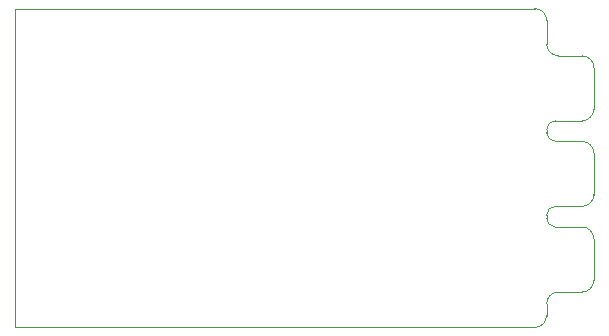
<source format=gbr>
%TF.GenerationSoftware,KiCad,Pcbnew,(6.0.5)*%
%TF.CreationDate,2023-01-05T14:47:55+08:00*%
%TF.ProjectId,Brushless_ESC_STC,42727573-686c-4657-9373-5f4553435f53,rev?*%
%TF.SameCoordinates,Original*%
%TF.FileFunction,Profile,NP*%
%FSLAX46Y46*%
G04 Gerber Fmt 4.6, Leading zero omitted, Abs format (unit mm)*
G04 Created by KiCad (PCBNEW (6.0.5)) date 2023-01-05 14:47:55*
%MOMM*%
%LPD*%
G01*
G04 APERTURE LIST*
%TA.AperFunction,Profile*%
%ADD10C,0.100000*%
%TD*%
G04 APERTURE END LIST*
D10*
X133000000Y-146000000D02*
G75*
G03*
X134000000Y-145000000I0J1000000D01*
G01*
X134000000Y-120000000D02*
G75*
G03*
X133000000Y-119000000I-1000000J0D01*
G01*
X135000000Y-143000000D02*
G75*
G03*
X134000000Y-144000000I0J-1000000D01*
G01*
X137000000Y-143000000D02*
G75*
G03*
X138000000Y-142000000I0J1000000D01*
G01*
X138000000Y-138500000D02*
G75*
G03*
X137000000Y-137500000I-1000000J0D01*
G01*
X134000000Y-136750000D02*
G75*
G03*
X134750000Y-137500000I750000J0D01*
G01*
X134750000Y-135750000D02*
G75*
G03*
X134000000Y-136500000I0J-750000D01*
G01*
X137000000Y-135750000D02*
G75*
G03*
X138000000Y-134750000I0J1000000D01*
G01*
X138000000Y-131250000D02*
G75*
G03*
X137000000Y-130250000I-1000000J0D01*
G01*
X134000000Y-129500000D02*
G75*
G03*
X134750000Y-130250000I750000J0D01*
G01*
X134750000Y-128500000D02*
G75*
G03*
X134000000Y-129250000I0J-750000D01*
G01*
X137000000Y-128500000D02*
G75*
G03*
X138000000Y-127500000I0J1000000D01*
G01*
X138000000Y-124000000D02*
G75*
G03*
X137000000Y-123000000I-1000000J0D01*
G01*
X134000000Y-122000000D02*
G75*
G03*
X135000000Y-123000000I1000000J0D01*
G01*
X134000000Y-144000000D02*
X134000000Y-145000000D01*
X137000000Y-143000000D02*
X135000000Y-143000000D01*
X138000000Y-138500000D02*
X138000000Y-142000000D01*
X134750000Y-137500000D02*
X137000000Y-137500000D01*
X134000000Y-136500000D02*
X134000000Y-136750000D01*
X137000000Y-135750000D02*
X134750000Y-135750000D01*
X138000000Y-131250000D02*
X138000000Y-134750000D01*
X134750000Y-130250000D02*
X137000000Y-130250000D01*
X134000000Y-129250000D02*
X134000000Y-129500000D01*
X137000000Y-128500000D02*
X134750000Y-128500000D01*
X138000000Y-124000000D02*
X138000000Y-127500000D01*
X135000000Y-123000000D02*
X137000000Y-123000000D01*
X134000000Y-120000000D02*
X134000000Y-122000000D01*
X89000000Y-146000000D02*
X133000000Y-146000000D01*
X89000000Y-119000000D02*
X89000000Y-146000000D01*
X89000000Y-119000000D02*
X133000000Y-119000000D01*
M02*

</source>
